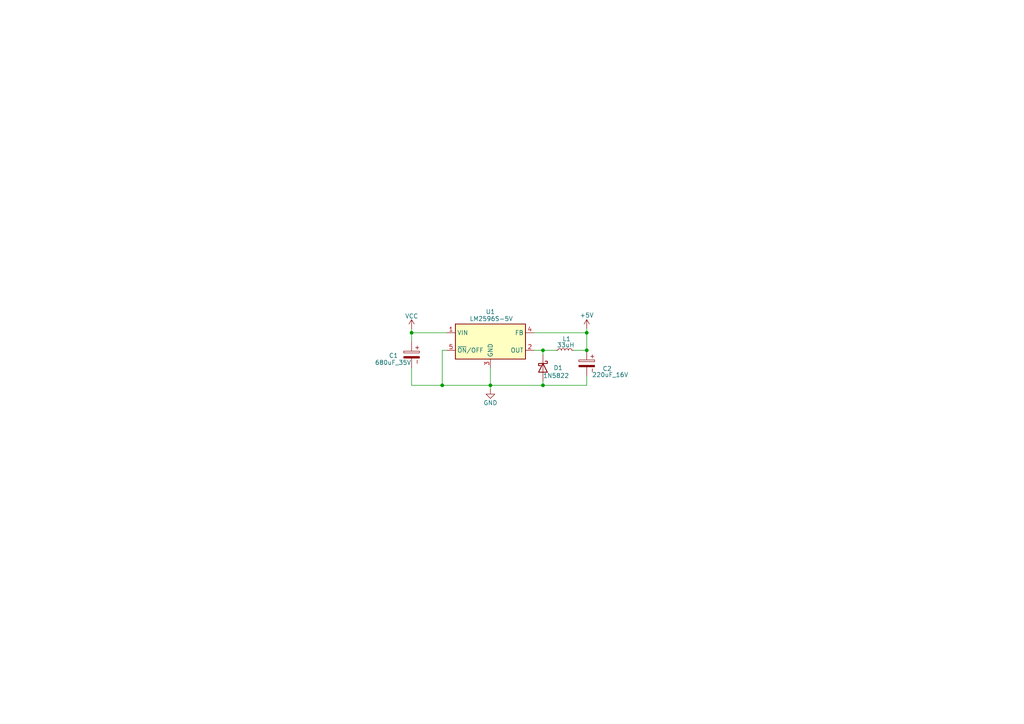
<source format=kicad_sch>
(kicad_sch (version 20250114) (generator "eeschema") (generator_version "9.0")
  (paper "A4")
  (lib_symbols
    (symbol "Device:L_Small" (pin_numbers (hide yes)) (pin_names (offset 0.254) (hide yes))
      (property "Reference" "L" (at 0.762 1.016 0))
      (property "Value" "L_Small" (at 0.762 -1.016 0))
      (symbol "L_Small_0_1"
        (arc (start 0 2.032) (mid 0.5058 1.524) (end 0 1.016))
        (arc (start 0 1.016) (mid 0.5058 0.508) (end 0 0))
        (arc (start 0 0) (mid 0.5058 -0.508) (end 0 -1.016))
        (arc (start 0 -1.016) (mid 0.5058 -1.524) (end 0 -2.032))
      )
      (symbol "L_Small_1_1"
        (pin passive line (at 0 2.54 270) (length 0.508) (name "~") (number "1"))
        (pin passive line (at 0 -2.54 90) (length 0.508) (name "~") (number "2"))
      )
    )
    (symbol "Diode:1N5822" (pin_numbers (hide yes)) (pin_names (offset 1.016) (hide yes))
      (property "Reference" "D" (at 0 2.54 0))
      (property "Value" "1N5822" (at 0 -2.54 0))
      (symbol "1N5822_0_1"
        (polyline (pts (xy -1.905 0.635) (xy -1.905 1.27) (xy -1.27 1.27) (xy -1.27 -1.27) (xy -0.635 -1.27) (xy -0.635 -0.635)) (stroke (width 0.254)))
        (polyline (pts (xy 1.27 1.27) (xy 1.27 -1.27) (xy -1.27 0) (xy 1.27 1.27)) (stroke (width 0.254)))
        (polyline (pts (xy 1.27 0) (xy -1.27 0)))
      )
      (symbol "1N5822_1_1"
        (pin passive line (at -3.81 0 0) (length 2.54) (name "K") (number "1"))
        (pin passive line (at 3.81 0 180) (length 2.54) (name "A") (number "2"))
      )
    )
    (symbol "PCM_SL_Capacitors:470uF_35V"
      (property "Reference" "C" (at 0 7.62 0))
      (property "Value" "470uF_35V" (at 0 5.08 0))
      (symbol "470uF_35V_0_0"
        (text "+" (at -2.032 1.524 0) (effects (font (size 1.27 1.27))))
        (text "-" (at 2.032 1.524 0) (effects (font (size 1.27 1.27))))
      )
      (symbol "470uF_35V_0_1"
        (rectangle (start -1.016 -2.286) (end -0.508 2.286))
        (rectangle (start 0.508 -2.286) (end 1.016 2.286) (fill (type outline)))
      )
      (symbol "470uF_35V_1_1"
        (pin passive line (at -3.81 0 0) (length 2.7) (name "~") (number "1"))
        (pin input line (at 3.81 0 180) (length 2.7) (name "~") (number "2"))
      )
    )
    (symbol "Regulator_Switching:LM2596S-5"
      (property "Reference" "U" (at -10.16 6.35 0))
      (property "Value" "LM2596S-5" (at 0 6.35 0))
      (symbol "LM2596S-5_0_1"
        (rectangle (start -10.16 5.08) (end 10.16 -5.08) (stroke (width 0.254)) (fill (type background)))
      )
      (symbol "LM2596S-5_1_1"
        (pin power_in line (at -12.7 2.54 0) (length 2.54) (name "VIN") (number "1"))
        (pin input line (at -12.7 -2.54 0) (length 2.54) (name "~{ON}/OFF") (number "5"))
        (pin power_in line (at 0 -7.62 90) (length 2.54) (name "GND") (number "3"))
        (pin input line (at 12.7 2.54 180) (length 2.54) (name "FB") (number "4"))
        (pin output line (at 12.7 -2.54 180) (length 2.54) (name "OUT") (number "2"))
      )
    )
    (symbol "power:+5V" (power) (pin_numbers (hide yes)) (pin_names (offset 0) (hide yes))
      (property "Value" "+5V" (at 0 3.556 0))
      (symbol "+5V_0_1"
        (polyline (pts (xy -0.762 1.27) (xy 0 2.54)))
        (polyline (pts (xy 0 2.54) (xy 0.762 1.27)))
        (polyline (pts (xy 0 0) (xy 0 2.54)))
      )
      (symbol "+5V_1_1"
        (pin power_in line (at 0 0 90) (length 0) (name "~") (number "1"))
      )
    )
    (symbol "power:GND" (power) (pin_numbers (hide yes)) (pin_names (offset 0) (hide yes))
      (property "Value" "GND" (at 0 -3.81 0))
      (symbol "GND_0_1"
        (polyline (pts (xy 0 0) (xy 0 -1.27) (xy 1.27 -1.27) (xy 0 -2.54) (xy -1.27 -1.27) (xy 0 -1.27)))
      )
      (symbol "GND_1_1"
        (pin power_in line (at 0 0 270) (length 0) (name "~") (number "1"))
      )
    )
    (symbol "power:VCC" (power) (pin_numbers (hide yes)) (pin_names (offset 0) (hide yes))
      (property "Value" "VCC" (at 0 3.556 0))
      (symbol "VCC_0_1"
        (polyline (pts (xy -0.762 1.27) (xy 0 2.54)))
        (polyline (pts (xy 0 2.54) (xy 0.762 1.27)))
        (polyline (pts (xy 0 0) (xy 0 2.54)))
      )
      (symbol "VCC_1_1"
        (pin power_in line (at 0 0 90) (length 0) (name "~") (number "1"))
      )
    )
  )
  (junction (at 142.24 111.76))
  (junction (at 119.38 96.52))
  (junction (at 157.48 101.6))
  (junction (at 128.27 111.76))
  (junction (at 157.48 111.76))
  (junction (at 170.18 101.6))
  (junction (at 170.18 96.52))
  (wire (pts (xy 154.94 96.52) (xy 170.18 96.52)))
  (wire (pts (xy 119.38 95.25) (xy 119.38 96.52)))
  (wire (pts (xy 142.24 106.68) (xy 142.24 111.76)))
  (wire (pts (xy 142.24 111.76) (xy 157.48 111.76)))
  (wire (pts (xy 128.27 111.76) (xy 142.24 111.76)))
  (wire (pts (xy 170.18 96.52) (xy 170.18 101.6)))
  (wire (pts (xy 119.38 96.52) (xy 119.38 99.06)))
  (wire (pts (xy 157.48 111.76) (xy 170.18 111.76)))
  (wire (pts (xy 157.48 111.76) (xy 157.48 110.49)))
  (wire (pts (xy 170.18 109.22) (xy 170.18 111.76)))
  (wire (pts (xy 154.94 101.6) (xy 157.48 101.6)))
  (wire (pts (xy 119.38 106.68) (xy 119.38 111.76)))
  (wire (pts (xy 119.38 96.52) (xy 129.54 96.52)))
  (wire (pts (xy 166.37 101.6) (xy 170.18 101.6)))
  (wire (pts (xy 157.48 101.6) (xy 157.48 102.87)))
  (wire (pts (xy 170.18 95.25) (xy 170.18 96.52)))
  (wire (pts (xy 128.27 101.6) (xy 129.54 101.6)))
  (wire (pts (xy 157.48 101.6) (xy 161.29 101.6)))
  (wire (pts (xy 128.27 101.6) (xy 128.27 111.76)))
  (wire (pts (xy 142.24 111.76) (xy 142.24 113.03)))
  (wire (pts (xy 119.38 111.76) (xy 128.27 111.76)))
  (symbol (lib_id "Regulator_Switching:LM2596S-5") (at 142.24 99.06 0) (unit 1)
    (property "Reference" "U1" (at 142.24 90.424 0))
    (property "Value" "LM2596S-5V" (at 142.494 92.456 0))
    (property "Footprint" "Package_TO_SOT_SMD:TO-263-5_TabPin3" (effects (hide yes)))
    (property "Datasheet" "http://www.ti.com/lit/ds/symlink/lm2596.pdf" (effects (hide yes)))
    (property "Description" "5V 3A Step-Down Voltage Regulator, TO-263" (effects (hide yes)))
  )
  (symbol (lib_id "power:GND") (at 142.24 113.03 0) (unit 1)
    (property "Reference" "#PWR01" (effects (hide yes)))
    (property "Value" "GND" (at 142.24 116.84 0))
    (property "Description" "Power symbol creates a global label with name \"GND\" , ground" (effects (hide yes)))
  )
  (symbol (lib_id "Device:L_Small") (at 163.83 101.6 90) (unit 1)
    (property "Reference" "L1" (at 164.338 98.298 90))
    (property "Value" "33uH" (at 164.084 100.076 90))
    (property "Description" "Inductor, small symbol" (effects (hide yes)))
  )
  (symbol (lib_id "power:+5V") (at 170.18 95.25 0) (unit 1)
    (property "Reference" "#PWR02" (effects (hide yes)))
    (property "Value" "+5V" (at 170.18 91.44 0))
    (property "Description" "Power symbol creates a global label with name \"+5V\"" (effects (hide yes)))
  )
  (symbol (lib_id "Diode:1N5822") (at 157.48 106.68 270) (unit 1)
    (property "Reference" "D1" (at 160.528 106.68 90) (effects (justify left)))
    (property "Value" "1N5822" (at 157.48 108.966 90) (effects (justify left)))
    (property "Footprint" "Diode_THT:D_DO-201AD_P15.24mm_Horizontal" (effects (hide yes)))
    (property "Datasheet" "http://www.vishay.com/docs/88526/1n5820.pdf" (effects (hide yes)))
    (property "Description" "40V 3A Schottky Barrier Rectifier Diode, DO-201AD" (effects (hide yes)))
  )
  (symbol (lib_id "PCM_SL_Capacitors:470uF_35V") (at 170.18 105.41 270) (unit 1)
    (property "Reference" "C2" (at 174.752 106.934 90) (effects (justify left)))
    (property "Value" "220uF_16V" (at 171.704 108.712 90) (effects (justify left)))
    (property "Footprint" "Capacitor_THT:CP_Radial_D10.0mm_P5.00mm" (effects (hide yes)))
    (property "Description" "470uF, 35V Electrolytic Capacitor" (effects (hide yes)))
  )
  (symbol (lib_id "power:VCC") (at 119.38 95.25 0) (unit 1)
    (property "Reference" "#PWR03" (effects (hide yes)))
    (property "Value" "VCC" (at 119.38 91.694 0))
    (property "Description" "Power symbol creates a global label with name \"VCC\"" (effects (hide yes)))
  )
  (symbol (lib_id "PCM_SL_Capacitors:470uF_35V") (at 119.38 102.87 270) (unit 1)
    (property "Reference" "C1" (at 112.776 103.124 90) (effects (justify left)))
    (property "Value" "680uF_35V" (at 108.712 105.156 90) (effects (justify left)))
    (property "Footprint" "Capacitor_THT:CP_Radial_D10.0mm_P5.00mm" (effects (hide yes)))
    (property "Description" "470uF, 35V Electrolytic Capacitor" (effects (hide yes)))
  )
)
</source>
